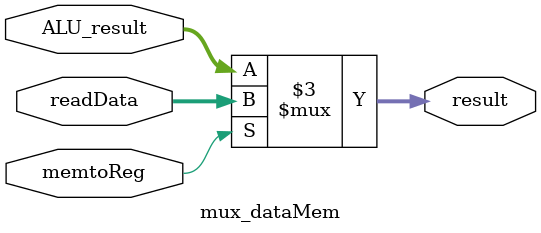
<source format=v>
module mux_dataMem(
    input wire [31:0] readData,
    input wire [31:0] ALU_result,
    input wire memtoReg,
    output reg [31:0] result
);

    always @(*) begin
        case (memtoReg)
            1'b0: result <= ALU_result;
            default: result <= readData;
        endcase
    end

endmodule
</source>
